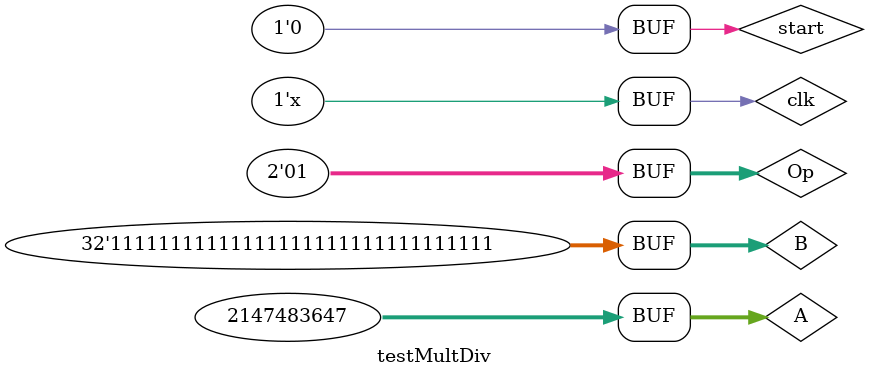
<source format=v>
`timescale 1ns / 1ps

module testMultDiv;

	// Inputs
	reg clk;
	reg [31:0] A;
	reg [31:0] B;
	reg start;
	reg [1:0] Op;

	// Outputs
	wire BUSY;
	wire [31:0] HI;
	wire [31:0] LO;

	// Instantiate the Unit Under Test (UUT)
	MultDiv uut (
		.clk(clk),
		.A(A), 
		.B(B), 
		.start(start), 
		.Op(Op), 
		.BUSY(BUSY), 
		.HI(HI), 
		.LO(LO)
	);

	initial begin
		// Initialize Inputs
		clk = 0;
		A = 0;
		B = 0;
		start = 0;
		Op = 0;

		// Wait 100 ns for global reset to finish
		#100;

		A = 32'h7fffffff;
		B = 32'hffffffff;
		start = 1;
		Op = 2'b01;

		#10;
		start = 0;
        
		// Add stimulus here

	end

	always #5 clk = ~clk;

endmodule


</source>
